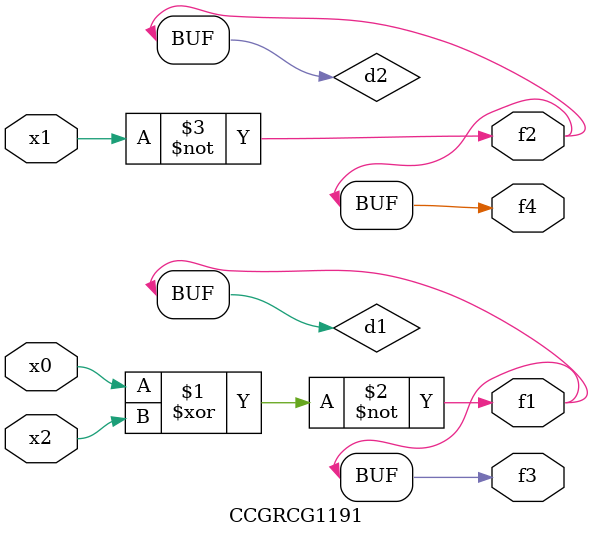
<source format=v>
module CCGRCG1191(
	input x0, x1, x2,
	output f1, f2, f3, f4
);

	wire d1, d2, d3;

	xnor (d1, x0, x2);
	nand (d2, x1);
	nor (d3, x1, x2);
	assign f1 = d1;
	assign f2 = d2;
	assign f3 = d1;
	assign f4 = d2;
endmodule

</source>
